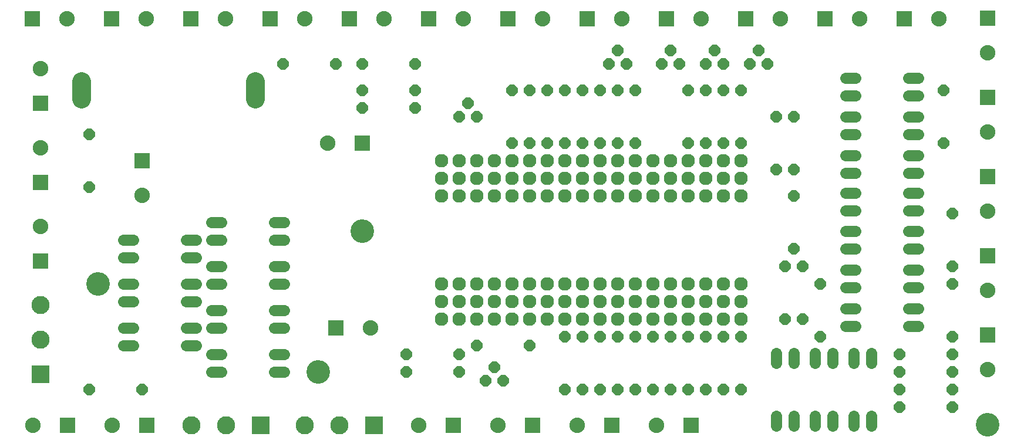
<source format=gbs>
G75*
%MOIN*%
%OFA0B0*%
%FSLAX25Y25*%
%IPPOS*%
%LPD*%
%AMOC8*
5,1,8,0,0,1.08239X$1,22.5*
%
%ADD10C,0.13398*%
%ADD11OC8,0.06400*%
%ADD12C,0.07700*%
%ADD13C,0.06400*%
%ADD14R,0.08800X0.08800*%
%ADD15C,0.08800*%
%ADD16R,0.10300X0.10300*%
%ADD17C,0.10300*%
%ADD18C,0.10800*%
D10*
X0207340Y0076755D03*
X0082340Y0126755D03*
X0232340Y0156755D03*
X0587340Y0046755D03*
D11*
X0567340Y0056755D03*
X0567340Y0066755D03*
X0567340Y0076755D03*
X0567340Y0086755D03*
X0567340Y0096755D03*
X0537340Y0086755D03*
X0537340Y0076755D03*
X0537340Y0066755D03*
X0537340Y0056755D03*
X0492340Y0096755D03*
X0482340Y0106755D03*
X0472340Y0106755D03*
X0447340Y0096755D03*
X0437340Y0096755D03*
X0427340Y0096755D03*
X0417340Y0096755D03*
X0407340Y0096755D03*
X0397340Y0096755D03*
X0387340Y0096755D03*
X0377340Y0096755D03*
X0367340Y0096755D03*
X0357340Y0096755D03*
X0347340Y0096755D03*
X0327340Y0091755D03*
X0307340Y0079255D03*
X0302340Y0071755D03*
X0312340Y0071755D03*
X0287340Y0076755D03*
X0287340Y0086755D03*
X0297340Y0091755D03*
X0257340Y0086755D03*
X0257340Y0076755D03*
X0347340Y0066755D03*
X0357340Y0066755D03*
X0367340Y0066755D03*
X0377340Y0066755D03*
X0387340Y0066755D03*
X0397340Y0066755D03*
X0407340Y0066755D03*
X0417340Y0066755D03*
X0427340Y0066755D03*
X0437340Y0066755D03*
X0447340Y0066755D03*
X0492340Y0126755D03*
X0482340Y0136755D03*
X0472340Y0136755D03*
X0477340Y0146755D03*
X0477340Y0176755D03*
X0477340Y0191755D03*
X0467340Y0191755D03*
X0447340Y0206755D03*
X0437340Y0206755D03*
X0427340Y0206755D03*
X0417340Y0206755D03*
X0387340Y0206755D03*
X0377340Y0206755D03*
X0367340Y0206755D03*
X0357340Y0206755D03*
X0347340Y0206755D03*
X0337340Y0206755D03*
X0327340Y0206755D03*
X0317340Y0206755D03*
X0297340Y0221755D03*
X0292340Y0229255D03*
X0287340Y0221755D03*
X0262340Y0226755D03*
X0262340Y0236755D03*
X0232340Y0236755D03*
X0232340Y0226755D03*
X0232340Y0251755D03*
X0217340Y0251755D03*
X0187340Y0251755D03*
X0262340Y0251755D03*
X0317340Y0236755D03*
X0327340Y0236755D03*
X0337340Y0236755D03*
X0347340Y0236755D03*
X0357340Y0236755D03*
X0367340Y0236755D03*
X0377340Y0236755D03*
X0387340Y0236755D03*
X0417340Y0236755D03*
X0427340Y0236755D03*
X0437340Y0236755D03*
X0447340Y0236755D03*
X0467340Y0221755D03*
X0477340Y0221755D03*
X0462340Y0251755D03*
X0452340Y0251755D03*
X0457340Y0259255D03*
X0437340Y0251755D03*
X0427340Y0251755D03*
X0432340Y0259255D03*
X0412340Y0251755D03*
X0402340Y0251755D03*
X0407340Y0259255D03*
X0382340Y0251755D03*
X0377340Y0259255D03*
X0372340Y0251755D03*
X0562340Y0236755D03*
X0562340Y0206755D03*
X0567340Y0166755D03*
X0567340Y0136755D03*
X0567340Y0126755D03*
X0107340Y0066755D03*
X0077340Y0066755D03*
X0077340Y0181755D03*
X0077340Y0211755D03*
D12*
X0277340Y0196755D03*
X0287340Y0196755D03*
X0297340Y0196755D03*
X0307340Y0196755D03*
X0317340Y0196755D03*
X0327340Y0196755D03*
X0337340Y0196755D03*
X0347340Y0196755D03*
X0357340Y0196755D03*
X0367340Y0196755D03*
X0377340Y0196755D03*
X0387340Y0196755D03*
X0397340Y0196755D03*
X0407340Y0196755D03*
X0417340Y0196755D03*
X0427340Y0196755D03*
X0437340Y0196755D03*
X0447340Y0196755D03*
X0447340Y0186755D03*
X0437340Y0186755D03*
X0427340Y0186755D03*
X0417340Y0186755D03*
X0407340Y0186755D03*
X0397340Y0186755D03*
X0387340Y0186755D03*
X0377340Y0186755D03*
X0367340Y0186755D03*
X0357340Y0186755D03*
X0347340Y0186755D03*
X0337340Y0186755D03*
X0327340Y0186755D03*
X0317340Y0186755D03*
X0307340Y0186755D03*
X0297340Y0186755D03*
X0287340Y0186755D03*
X0277340Y0186755D03*
X0277340Y0176755D03*
X0287340Y0176755D03*
X0297340Y0176755D03*
X0307340Y0176755D03*
X0317340Y0176755D03*
X0327340Y0176755D03*
X0337340Y0176755D03*
X0347340Y0176755D03*
X0357340Y0176755D03*
X0367340Y0176755D03*
X0377340Y0176755D03*
X0387340Y0176755D03*
X0397340Y0176755D03*
X0407340Y0176755D03*
X0417340Y0176755D03*
X0427340Y0176755D03*
X0437340Y0176755D03*
X0447340Y0176755D03*
X0447340Y0126755D03*
X0437340Y0126755D03*
X0427340Y0126755D03*
X0417340Y0126755D03*
X0407340Y0126755D03*
X0397340Y0126755D03*
X0387340Y0126755D03*
X0377340Y0126755D03*
X0367340Y0126755D03*
X0357340Y0126755D03*
X0347340Y0126755D03*
X0337340Y0126755D03*
X0327340Y0126755D03*
X0317340Y0126755D03*
X0307340Y0126755D03*
X0297340Y0126755D03*
X0287340Y0126755D03*
X0277340Y0126755D03*
X0277340Y0116755D03*
X0287340Y0116755D03*
X0297340Y0116755D03*
X0307340Y0116755D03*
X0317340Y0116755D03*
X0327340Y0116755D03*
X0337340Y0116755D03*
X0347340Y0116755D03*
X0357340Y0116755D03*
X0367340Y0116755D03*
X0377340Y0116755D03*
X0387340Y0116755D03*
X0397340Y0116755D03*
X0407340Y0116755D03*
X0417340Y0116755D03*
X0427340Y0116755D03*
X0437340Y0116755D03*
X0447340Y0116755D03*
X0447340Y0106755D03*
X0437340Y0106755D03*
X0427340Y0106755D03*
X0417340Y0106755D03*
X0407340Y0106755D03*
X0397340Y0106755D03*
X0387340Y0106755D03*
X0377340Y0106755D03*
X0367340Y0106755D03*
X0357340Y0106755D03*
X0347340Y0106755D03*
X0337340Y0106755D03*
X0327340Y0106755D03*
X0317340Y0106755D03*
X0307340Y0106755D03*
X0297340Y0106755D03*
X0287340Y0106755D03*
X0277340Y0106755D03*
D13*
X0187940Y0111755D02*
X0182340Y0111755D01*
X0182340Y0101755D02*
X0187940Y0101755D01*
X0187940Y0086755D02*
X0182340Y0086755D01*
X0182340Y0076755D02*
X0187940Y0076755D01*
X0152340Y0076755D02*
X0146740Y0076755D01*
X0146740Y0086755D02*
X0152340Y0086755D01*
X0137940Y0091755D02*
X0132340Y0091755D01*
X0132340Y0101755D02*
X0137940Y0101755D01*
X0146740Y0101755D02*
X0152340Y0101755D01*
X0152340Y0111755D02*
X0146740Y0111755D01*
X0137940Y0116755D02*
X0132340Y0116755D01*
X0132340Y0126755D02*
X0137940Y0126755D01*
X0146740Y0126755D02*
X0152340Y0126755D01*
X0152340Y0136755D02*
X0146740Y0136755D01*
X0137940Y0141755D02*
X0132340Y0141755D01*
X0132340Y0151755D02*
X0137940Y0151755D01*
X0146740Y0151755D02*
X0152340Y0151755D01*
X0152340Y0161755D02*
X0146740Y0161755D01*
X0182340Y0161755D02*
X0187940Y0161755D01*
X0187940Y0151755D02*
X0182340Y0151755D01*
X0182340Y0136755D02*
X0187940Y0136755D01*
X0187940Y0126755D02*
X0182340Y0126755D01*
X0102340Y0126755D02*
X0096740Y0126755D01*
X0096740Y0116755D02*
X0102340Y0116755D01*
X0102340Y0101755D02*
X0096740Y0101755D01*
X0096740Y0091755D02*
X0102340Y0091755D01*
X0102340Y0141755D02*
X0096740Y0141755D01*
X0096740Y0151755D02*
X0102340Y0151755D01*
X0467340Y0087355D02*
X0467340Y0081755D01*
X0477340Y0081755D02*
X0477340Y0087355D01*
X0489340Y0087355D02*
X0489340Y0081755D01*
X0499340Y0081755D02*
X0499340Y0087355D01*
X0511340Y0087355D02*
X0511340Y0081755D01*
X0521340Y0081755D02*
X0521340Y0087355D01*
X0512340Y0102755D02*
X0506740Y0102755D01*
X0506740Y0112755D02*
X0512340Y0112755D01*
X0512340Y0124755D02*
X0506740Y0124755D01*
X0506740Y0134755D02*
X0512340Y0134755D01*
X0512340Y0146755D02*
X0506740Y0146755D01*
X0506740Y0156755D02*
X0512340Y0156755D01*
X0512340Y0168255D02*
X0506740Y0168255D01*
X0506740Y0178255D02*
X0512340Y0178255D01*
X0512340Y0189755D02*
X0506740Y0189755D01*
X0506740Y0199755D02*
X0512340Y0199755D01*
X0512340Y0211755D02*
X0506740Y0211755D01*
X0506740Y0221755D02*
X0512340Y0221755D01*
X0512340Y0233755D02*
X0506740Y0233755D01*
X0506740Y0243755D02*
X0512340Y0243755D01*
X0542340Y0243755D02*
X0547940Y0243755D01*
X0547940Y0233755D02*
X0542340Y0233755D01*
X0542340Y0221755D02*
X0547940Y0221755D01*
X0547940Y0211755D02*
X0542340Y0211755D01*
X0542340Y0199755D02*
X0547940Y0199755D01*
X0547940Y0189755D02*
X0542340Y0189755D01*
X0542340Y0178255D02*
X0547940Y0178255D01*
X0547940Y0168255D02*
X0542340Y0168255D01*
X0542340Y0156755D02*
X0547940Y0156755D01*
X0547940Y0146755D02*
X0542340Y0146755D01*
X0542340Y0134755D02*
X0547940Y0134755D01*
X0547940Y0124755D02*
X0542340Y0124755D01*
X0542340Y0112755D02*
X0547940Y0112755D01*
X0547940Y0102755D02*
X0542340Y0102755D01*
X0521340Y0051755D02*
X0521340Y0046155D01*
X0511340Y0046155D02*
X0511340Y0051755D01*
X0499340Y0051755D02*
X0499340Y0046155D01*
X0489340Y0046155D02*
X0489340Y0051755D01*
X0477340Y0051755D02*
X0477340Y0046155D01*
X0467340Y0046155D02*
X0467340Y0051755D01*
D14*
X0418840Y0046255D03*
X0373840Y0046255D03*
X0328840Y0046255D03*
X0283840Y0046255D03*
X0217340Y0101755D03*
X0109840Y0046255D03*
X0064840Y0046255D03*
X0049592Y0139727D03*
X0049592Y0184428D03*
X0107340Y0196755D03*
X0049592Y0229318D03*
X0044840Y0277255D03*
X0089840Y0277255D03*
X0134840Y0277255D03*
X0179840Y0277255D03*
X0224840Y0277255D03*
X0269840Y0277255D03*
X0314840Y0277255D03*
X0359840Y0277255D03*
X0404840Y0277255D03*
X0449840Y0277255D03*
X0494840Y0277255D03*
X0539840Y0277255D03*
X0587340Y0277755D03*
X0587340Y0232755D03*
X0587340Y0187755D03*
X0587340Y0142755D03*
X0587340Y0097755D03*
X0232340Y0206755D03*
D15*
X0045155Y0046255D03*
X0090155Y0046255D03*
X0237025Y0101755D03*
X0264155Y0046255D03*
X0309155Y0046255D03*
X0354155Y0046255D03*
X0399155Y0046255D03*
X0587340Y0078070D03*
X0587340Y0123070D03*
X0587340Y0168070D03*
X0587340Y0213070D03*
X0587340Y0258070D03*
X0559525Y0277255D03*
X0514525Y0277255D03*
X0469525Y0277255D03*
X0424525Y0277255D03*
X0379525Y0277255D03*
X0334525Y0277255D03*
X0289525Y0277255D03*
X0244525Y0277255D03*
X0199525Y0277255D03*
X0154525Y0277255D03*
X0109525Y0277255D03*
X0064525Y0277255D03*
X0049592Y0249003D03*
X0049592Y0204113D03*
X0107340Y0177070D03*
X0049592Y0159412D03*
X0212655Y0206755D03*
D16*
X0049592Y0075255D03*
X0174470Y0046255D03*
X0238970Y0046255D03*
D17*
X0219285Y0046255D03*
X0199600Y0046255D03*
X0154785Y0046255D03*
X0135100Y0046255D03*
X0049592Y0094940D03*
X0049592Y0114625D03*
D18*
X0073040Y0231755D02*
X0073040Y0241755D01*
X0171640Y0241755D02*
X0171640Y0231755D01*
M02*

</source>
